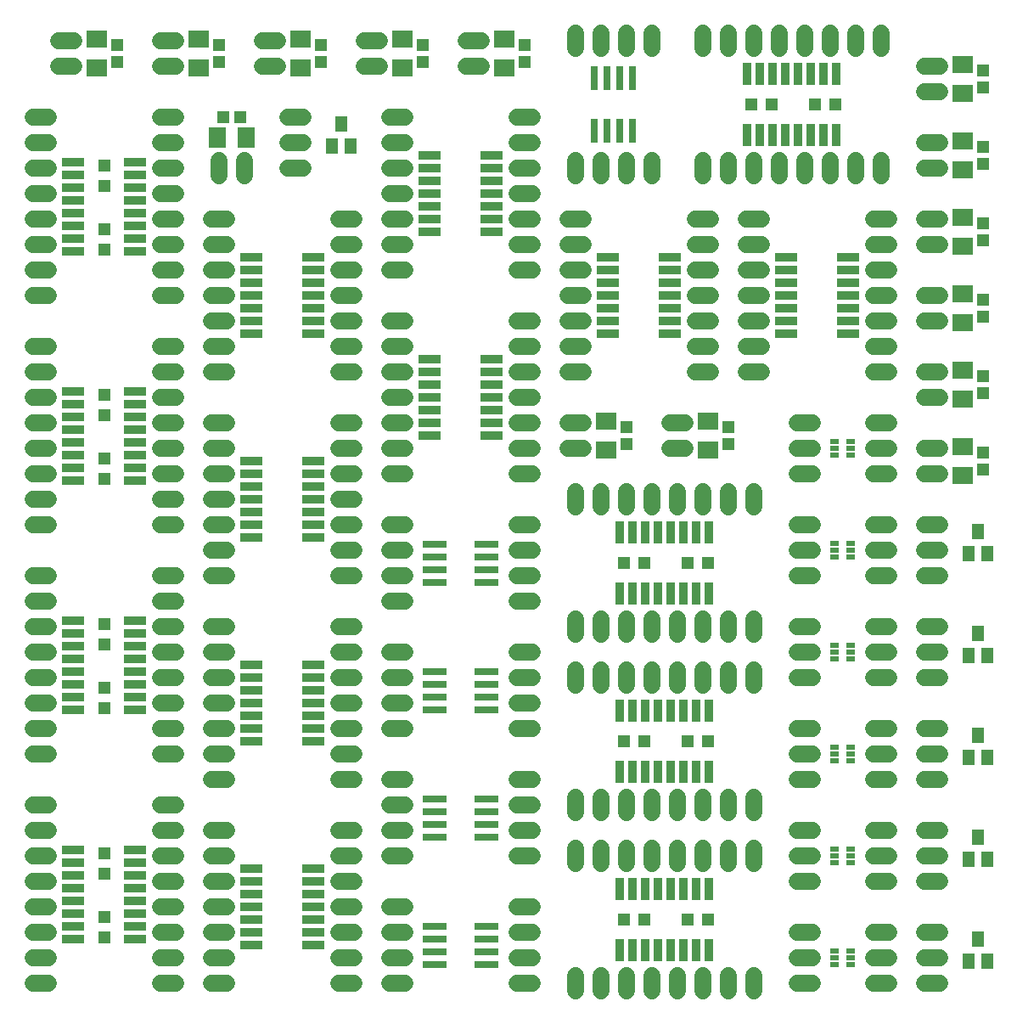
<source format=gts>
G75*
%MOIN*%
%OFA0B0*%
%FSLAX25Y25*%
%IPPOS*%
%LPD*%
%AMOC8*
5,1,8,0,0,1.08239X$1,22.5*
%
%ADD10R,0.03556X0.01981*%
%ADD11C,0.06800*%
%ADD12R,0.08800X0.03400*%
%ADD13R,0.05131X0.04737*%
%ADD14R,0.07898X0.07099*%
%ADD15R,0.04737X0.06312*%
%ADD16R,0.09461X0.03162*%
%ADD17R,0.03400X0.08800*%
%ADD18R,0.03162X0.09461*%
%ADD19R,0.04737X0.05131*%
%ADD20R,0.07099X0.07898*%
%ADD21R,0.04762X0.04762*%
D10*
X0327162Y0019954D03*
X0327162Y0022513D03*
X0327162Y0025072D03*
X0333461Y0025072D03*
X0333461Y0022513D03*
X0333461Y0019954D03*
X0333461Y0059954D03*
X0333461Y0062513D03*
X0333461Y0065072D03*
X0327162Y0065072D03*
X0327162Y0062513D03*
X0327162Y0059954D03*
X0327162Y0099954D03*
X0327162Y0102513D03*
X0327162Y0105072D03*
X0333461Y0105072D03*
X0333461Y0102513D03*
X0333461Y0099954D03*
X0333461Y0139954D03*
X0333461Y0142513D03*
X0333461Y0145072D03*
X0327162Y0145072D03*
X0327162Y0142513D03*
X0327162Y0139954D03*
X0327162Y0179954D03*
X0327162Y0182513D03*
X0327162Y0185072D03*
X0333461Y0185072D03*
X0333461Y0182513D03*
X0333461Y0179954D03*
X0333461Y0219954D03*
X0333461Y0222513D03*
X0333461Y0225072D03*
X0327162Y0225072D03*
X0327162Y0222513D03*
X0327162Y0219954D03*
D11*
X0018312Y0012513D02*
X0012312Y0012513D01*
X0012312Y0022513D02*
X0018312Y0022513D01*
X0018312Y0032513D02*
X0012312Y0032513D01*
X0012312Y0042513D02*
X0018312Y0042513D01*
X0018312Y0052513D02*
X0012312Y0052513D01*
X0012312Y0062513D02*
X0018312Y0062513D01*
X0018312Y0072513D02*
X0012312Y0072513D01*
X0012312Y0082513D02*
X0018312Y0082513D01*
X0018312Y0102513D02*
X0012312Y0102513D01*
X0012312Y0112513D02*
X0018312Y0112513D01*
X0018312Y0122513D02*
X0012312Y0122513D01*
X0012312Y0132513D02*
X0018312Y0132513D01*
X0018312Y0142513D02*
X0012312Y0142513D01*
X0012312Y0152513D02*
X0018312Y0152513D01*
X0018312Y0162513D02*
X0012312Y0162513D01*
X0012312Y0172513D02*
X0018312Y0172513D01*
X0018312Y0192513D02*
X0012312Y0192513D01*
X0012312Y0202513D02*
X0018312Y0202513D01*
X0018312Y0212513D02*
X0012312Y0212513D01*
X0012312Y0222513D02*
X0018312Y0222513D01*
X0018312Y0232513D02*
X0012312Y0232513D01*
X0012312Y0242513D02*
X0018312Y0242513D01*
X0018312Y0252513D02*
X0012312Y0252513D01*
X0012312Y0262513D02*
X0018312Y0262513D01*
X0018312Y0282513D02*
X0012312Y0282513D01*
X0012312Y0292513D02*
X0018312Y0292513D01*
X0018312Y0302513D02*
X0012312Y0302513D01*
X0012312Y0312513D02*
X0018312Y0312513D01*
X0018312Y0322513D02*
X0012312Y0322513D01*
X0012312Y0332513D02*
X0018312Y0332513D01*
X0018312Y0342513D02*
X0012312Y0342513D01*
X0012312Y0352513D02*
X0018312Y0352513D01*
X0022312Y0372513D02*
X0028312Y0372513D01*
X0028312Y0382513D02*
X0022312Y0382513D01*
X0062312Y0382513D02*
X0068312Y0382513D01*
X0068312Y0372513D02*
X0062312Y0372513D01*
X0062312Y0352513D02*
X0068312Y0352513D01*
X0068312Y0342513D02*
X0062312Y0342513D01*
X0062312Y0332513D02*
X0068312Y0332513D01*
X0068312Y0322513D02*
X0062312Y0322513D01*
X0062312Y0312513D02*
X0068312Y0312513D01*
X0068312Y0302513D02*
X0062312Y0302513D01*
X0062312Y0292513D02*
X0068312Y0292513D01*
X0068312Y0282513D02*
X0062312Y0282513D01*
X0082312Y0282513D02*
X0088312Y0282513D01*
X0088312Y0292513D02*
X0082312Y0292513D01*
X0082312Y0302513D02*
X0088312Y0302513D01*
X0088312Y0312513D02*
X0082312Y0312513D01*
X0085312Y0329513D02*
X0085312Y0335513D01*
X0095312Y0335513D02*
X0095312Y0329513D01*
X0112312Y0332513D02*
X0118312Y0332513D01*
X0118312Y0342513D02*
X0112312Y0342513D01*
X0112312Y0352513D02*
X0118312Y0352513D01*
X0108312Y0372513D02*
X0102312Y0372513D01*
X0102312Y0382513D02*
X0108312Y0382513D01*
X0142312Y0382513D02*
X0148312Y0382513D01*
X0148312Y0372513D02*
X0142312Y0372513D01*
X0152312Y0352513D02*
X0158312Y0352513D01*
X0158312Y0342513D02*
X0152312Y0342513D01*
X0152312Y0332513D02*
X0158312Y0332513D01*
X0158312Y0322513D02*
X0152312Y0322513D01*
X0152312Y0312513D02*
X0158312Y0312513D01*
X0158312Y0302513D02*
X0152312Y0302513D01*
X0152312Y0292513D02*
X0158312Y0292513D01*
X0138312Y0292513D02*
X0132312Y0292513D01*
X0132312Y0282513D02*
X0138312Y0282513D01*
X0138312Y0272513D02*
X0132312Y0272513D01*
X0132312Y0262513D02*
X0138312Y0262513D01*
X0138312Y0252513D02*
X0132312Y0252513D01*
X0152312Y0252513D02*
X0158312Y0252513D01*
X0158312Y0242513D02*
X0152312Y0242513D01*
X0152312Y0232513D02*
X0158312Y0232513D01*
X0158312Y0222513D02*
X0152312Y0222513D01*
X0152312Y0212513D02*
X0158312Y0212513D01*
X0138312Y0212513D02*
X0132312Y0212513D01*
X0132312Y0222513D02*
X0138312Y0222513D01*
X0138312Y0232513D02*
X0132312Y0232513D01*
X0132312Y0202513D02*
X0138312Y0202513D01*
X0138312Y0192513D02*
X0132312Y0192513D01*
X0132312Y0182513D02*
X0138312Y0182513D01*
X0138312Y0172513D02*
X0132312Y0172513D01*
X0152312Y0172513D02*
X0158312Y0172513D01*
X0158312Y0182513D02*
X0152312Y0182513D01*
X0152312Y0192513D02*
X0158312Y0192513D01*
X0158312Y0162513D02*
X0152312Y0162513D01*
X0138312Y0152513D02*
X0132312Y0152513D01*
X0132312Y0142513D02*
X0138312Y0142513D01*
X0138312Y0132513D02*
X0132312Y0132513D01*
X0132312Y0122513D02*
X0138312Y0122513D01*
X0138312Y0112513D02*
X0132312Y0112513D01*
X0132312Y0102513D02*
X0138312Y0102513D01*
X0138312Y0092513D02*
X0132312Y0092513D01*
X0152312Y0092513D02*
X0158312Y0092513D01*
X0158312Y0082513D02*
X0152312Y0082513D01*
X0152312Y0072513D02*
X0158312Y0072513D01*
X0158312Y0062513D02*
X0152312Y0062513D01*
X0138312Y0062513D02*
X0132312Y0062513D01*
X0132312Y0052513D02*
X0138312Y0052513D01*
X0138312Y0042513D02*
X0132312Y0042513D01*
X0132312Y0032513D02*
X0138312Y0032513D01*
X0138312Y0022513D02*
X0132312Y0022513D01*
X0132312Y0012513D02*
X0138312Y0012513D01*
X0152312Y0012513D02*
X0158312Y0012513D01*
X0158312Y0022513D02*
X0152312Y0022513D01*
X0152312Y0032513D02*
X0158312Y0032513D01*
X0158312Y0042513D02*
X0152312Y0042513D01*
X0138312Y0072513D02*
X0132312Y0072513D01*
X0152312Y0112513D02*
X0158312Y0112513D01*
X0158312Y0122513D02*
X0152312Y0122513D01*
X0152312Y0132513D02*
X0158312Y0132513D01*
X0158312Y0142513D02*
X0152312Y0142513D01*
X0202312Y0142513D02*
X0208312Y0142513D01*
X0208312Y0132513D02*
X0202312Y0132513D01*
X0202312Y0122513D02*
X0208312Y0122513D01*
X0208312Y0112513D02*
X0202312Y0112513D01*
X0202312Y0092513D02*
X0208312Y0092513D01*
X0208312Y0082513D02*
X0202312Y0082513D01*
X0202312Y0072513D02*
X0208312Y0072513D01*
X0208312Y0062513D02*
X0202312Y0062513D01*
X0202312Y0042513D02*
X0208312Y0042513D01*
X0208312Y0032513D02*
X0202312Y0032513D01*
X0202312Y0022513D02*
X0208312Y0022513D01*
X0208312Y0012513D02*
X0202312Y0012513D01*
X0225312Y0009513D02*
X0225312Y0015513D01*
X0235312Y0015513D02*
X0235312Y0009513D01*
X0245312Y0009513D02*
X0245312Y0015513D01*
X0255312Y0015513D02*
X0255312Y0009513D01*
X0265312Y0009513D02*
X0265312Y0015513D01*
X0275312Y0015513D02*
X0275312Y0009513D01*
X0285312Y0009513D02*
X0285312Y0015513D01*
X0295312Y0015513D02*
X0295312Y0009513D01*
X0312312Y0012513D02*
X0318312Y0012513D01*
X0318312Y0022513D02*
X0312312Y0022513D01*
X0312312Y0032513D02*
X0318312Y0032513D01*
X0318312Y0052513D02*
X0312312Y0052513D01*
X0312312Y0062513D02*
X0318312Y0062513D01*
X0318312Y0072513D02*
X0312312Y0072513D01*
X0295312Y0079513D02*
X0295312Y0085513D01*
X0285312Y0085513D02*
X0285312Y0079513D01*
X0275312Y0079513D02*
X0275312Y0085513D01*
X0265312Y0085513D02*
X0265312Y0079513D01*
X0255312Y0079513D02*
X0255312Y0085513D01*
X0245312Y0085513D02*
X0245312Y0079513D01*
X0235312Y0079513D02*
X0235312Y0085513D01*
X0225312Y0085513D02*
X0225312Y0079513D01*
X0225312Y0065513D02*
X0225312Y0059513D01*
X0235312Y0059513D02*
X0235312Y0065513D01*
X0245312Y0065513D02*
X0245312Y0059513D01*
X0255312Y0059513D02*
X0255312Y0065513D01*
X0265312Y0065513D02*
X0265312Y0059513D01*
X0275312Y0059513D02*
X0275312Y0065513D01*
X0285312Y0065513D02*
X0285312Y0059513D01*
X0295312Y0059513D02*
X0295312Y0065513D01*
X0312312Y0092513D02*
X0318312Y0092513D01*
X0318312Y0102513D02*
X0312312Y0102513D01*
X0312312Y0112513D02*
X0318312Y0112513D01*
X0318312Y0132513D02*
X0312312Y0132513D01*
X0312312Y0142513D02*
X0318312Y0142513D01*
X0318312Y0152513D02*
X0312312Y0152513D01*
X0295312Y0149513D02*
X0295312Y0155513D01*
X0285312Y0155513D02*
X0285312Y0149513D01*
X0275312Y0149513D02*
X0275312Y0155513D01*
X0265312Y0155513D02*
X0265312Y0149513D01*
X0255312Y0149513D02*
X0255312Y0155513D01*
X0245312Y0155513D02*
X0245312Y0149513D01*
X0235312Y0149513D02*
X0235312Y0155513D01*
X0225312Y0155513D02*
X0225312Y0149513D01*
X0225312Y0135513D02*
X0225312Y0129513D01*
X0235312Y0129513D02*
X0235312Y0135513D01*
X0245312Y0135513D02*
X0245312Y0129513D01*
X0255312Y0129513D02*
X0255312Y0135513D01*
X0265312Y0135513D02*
X0265312Y0129513D01*
X0275312Y0129513D02*
X0275312Y0135513D01*
X0285312Y0135513D02*
X0285312Y0129513D01*
X0295312Y0129513D02*
X0295312Y0135513D01*
X0312312Y0172513D02*
X0318312Y0172513D01*
X0318312Y0182513D02*
X0312312Y0182513D01*
X0312312Y0192513D02*
X0318312Y0192513D01*
X0318312Y0212513D02*
X0312312Y0212513D01*
X0312312Y0222513D02*
X0318312Y0222513D01*
X0318312Y0232513D02*
X0312312Y0232513D01*
X0298312Y0252513D02*
X0292312Y0252513D01*
X0292312Y0262513D02*
X0298312Y0262513D01*
X0298312Y0272513D02*
X0292312Y0272513D01*
X0292312Y0282513D02*
X0298312Y0282513D01*
X0298312Y0292513D02*
X0292312Y0292513D01*
X0292312Y0302513D02*
X0298312Y0302513D01*
X0298312Y0312513D02*
X0292312Y0312513D01*
X0278312Y0312513D02*
X0272312Y0312513D01*
X0272312Y0302513D02*
X0278312Y0302513D01*
X0278312Y0292513D02*
X0272312Y0292513D01*
X0272312Y0282513D02*
X0278312Y0282513D01*
X0278312Y0272513D02*
X0272312Y0272513D01*
X0272312Y0262513D02*
X0278312Y0262513D01*
X0278312Y0252513D02*
X0272312Y0252513D01*
X0268312Y0232513D02*
X0262312Y0232513D01*
X0262312Y0222513D02*
X0268312Y0222513D01*
X0265312Y0205513D02*
X0265312Y0199513D01*
X0275312Y0199513D02*
X0275312Y0205513D01*
X0285312Y0205513D02*
X0285312Y0199513D01*
X0295312Y0199513D02*
X0295312Y0205513D01*
X0255312Y0205513D02*
X0255312Y0199513D01*
X0245312Y0199513D02*
X0245312Y0205513D01*
X0235312Y0205513D02*
X0235312Y0199513D01*
X0225312Y0199513D02*
X0225312Y0205513D01*
X0208312Y0212513D02*
X0202312Y0212513D01*
X0202312Y0222513D02*
X0208312Y0222513D01*
X0208312Y0232513D02*
X0202312Y0232513D01*
X0202312Y0242513D02*
X0208312Y0242513D01*
X0208312Y0252513D02*
X0202312Y0252513D01*
X0202312Y0262513D02*
X0208312Y0262513D01*
X0208312Y0272513D02*
X0202312Y0272513D01*
X0202312Y0292513D02*
X0208312Y0292513D01*
X0208312Y0302513D02*
X0202312Y0302513D01*
X0202312Y0312513D02*
X0208312Y0312513D01*
X0208312Y0322513D02*
X0202312Y0322513D01*
X0202312Y0332513D02*
X0208312Y0332513D01*
X0208312Y0342513D02*
X0202312Y0342513D01*
X0202312Y0352513D02*
X0208312Y0352513D01*
X0225312Y0335513D02*
X0225312Y0329513D01*
X0235312Y0329513D02*
X0235312Y0335513D01*
X0245312Y0335513D02*
X0245312Y0329513D01*
X0255312Y0329513D02*
X0255312Y0335513D01*
X0275312Y0335513D02*
X0275312Y0329513D01*
X0285312Y0329513D02*
X0285312Y0335513D01*
X0295312Y0335513D02*
X0295312Y0329513D01*
X0305312Y0329513D02*
X0305312Y0335513D01*
X0315312Y0335513D02*
X0315312Y0329513D01*
X0325312Y0329513D02*
X0325312Y0335513D01*
X0335312Y0335513D02*
X0335312Y0329513D01*
X0345312Y0329513D02*
X0345312Y0335513D01*
X0362312Y0332513D02*
X0368312Y0332513D01*
X0368312Y0342513D02*
X0362312Y0342513D01*
X0362312Y0362513D02*
X0368312Y0362513D01*
X0368312Y0372513D02*
X0362312Y0372513D01*
X0345312Y0379513D02*
X0345312Y0385513D01*
X0335312Y0385513D02*
X0335312Y0379513D01*
X0325312Y0379513D02*
X0325312Y0385513D01*
X0315312Y0385513D02*
X0315312Y0379513D01*
X0305312Y0379513D02*
X0305312Y0385513D01*
X0295312Y0385513D02*
X0295312Y0379513D01*
X0285312Y0379513D02*
X0285312Y0385513D01*
X0275312Y0385513D02*
X0275312Y0379513D01*
X0255312Y0379513D02*
X0255312Y0385513D01*
X0245312Y0385513D02*
X0245312Y0379513D01*
X0235312Y0379513D02*
X0235312Y0385513D01*
X0225312Y0385513D02*
X0225312Y0379513D01*
X0188312Y0382513D02*
X0182312Y0382513D01*
X0182312Y0372513D02*
X0188312Y0372513D01*
X0222312Y0312513D02*
X0228312Y0312513D01*
X0228312Y0302513D02*
X0222312Y0302513D01*
X0222312Y0292513D02*
X0228312Y0292513D01*
X0228312Y0282513D02*
X0222312Y0282513D01*
X0222312Y0272513D02*
X0228312Y0272513D01*
X0228312Y0262513D02*
X0222312Y0262513D01*
X0222312Y0252513D02*
X0228312Y0252513D01*
X0228312Y0232513D02*
X0222312Y0232513D01*
X0222312Y0222513D02*
X0228312Y0222513D01*
X0208312Y0192513D02*
X0202312Y0192513D01*
X0202312Y0182513D02*
X0208312Y0182513D01*
X0208312Y0172513D02*
X0202312Y0172513D01*
X0202312Y0162513D02*
X0208312Y0162513D01*
X0158312Y0262513D02*
X0152312Y0262513D01*
X0152312Y0272513D02*
X0158312Y0272513D01*
X0138312Y0302513D02*
X0132312Y0302513D01*
X0132312Y0312513D02*
X0138312Y0312513D01*
X0088312Y0272513D02*
X0082312Y0272513D01*
X0082312Y0262513D02*
X0088312Y0262513D01*
X0088312Y0252513D02*
X0082312Y0252513D01*
X0068312Y0252513D02*
X0062312Y0252513D01*
X0062312Y0242513D02*
X0068312Y0242513D01*
X0068312Y0232513D02*
X0062312Y0232513D01*
X0062312Y0222513D02*
X0068312Y0222513D01*
X0068312Y0212513D02*
X0062312Y0212513D01*
X0062312Y0202513D02*
X0068312Y0202513D01*
X0068312Y0192513D02*
X0062312Y0192513D01*
X0082312Y0192513D02*
X0088312Y0192513D01*
X0088312Y0202513D02*
X0082312Y0202513D01*
X0082312Y0212513D02*
X0088312Y0212513D01*
X0088312Y0222513D02*
X0082312Y0222513D01*
X0082312Y0232513D02*
X0088312Y0232513D01*
X0068312Y0262513D02*
X0062312Y0262513D01*
X0082312Y0182513D02*
X0088312Y0182513D01*
X0088312Y0172513D02*
X0082312Y0172513D01*
X0068312Y0172513D02*
X0062312Y0172513D01*
X0062312Y0162513D02*
X0068312Y0162513D01*
X0068312Y0152513D02*
X0062312Y0152513D01*
X0062312Y0142513D02*
X0068312Y0142513D01*
X0068312Y0132513D02*
X0062312Y0132513D01*
X0062312Y0122513D02*
X0068312Y0122513D01*
X0068312Y0112513D02*
X0062312Y0112513D01*
X0062312Y0102513D02*
X0068312Y0102513D01*
X0082312Y0102513D02*
X0088312Y0102513D01*
X0088312Y0092513D02*
X0082312Y0092513D01*
X0068312Y0082513D02*
X0062312Y0082513D01*
X0062312Y0072513D02*
X0068312Y0072513D01*
X0068312Y0062513D02*
X0062312Y0062513D01*
X0062312Y0052513D02*
X0068312Y0052513D01*
X0068312Y0042513D02*
X0062312Y0042513D01*
X0062312Y0032513D02*
X0068312Y0032513D01*
X0068312Y0022513D02*
X0062312Y0022513D01*
X0062312Y0012513D02*
X0068312Y0012513D01*
X0082312Y0012513D02*
X0088312Y0012513D01*
X0088312Y0022513D02*
X0082312Y0022513D01*
X0082312Y0032513D02*
X0088312Y0032513D01*
X0088312Y0042513D02*
X0082312Y0042513D01*
X0082312Y0052513D02*
X0088312Y0052513D01*
X0088312Y0062513D02*
X0082312Y0062513D01*
X0082312Y0072513D02*
X0088312Y0072513D01*
X0088312Y0112513D02*
X0082312Y0112513D01*
X0082312Y0122513D02*
X0088312Y0122513D01*
X0088312Y0132513D02*
X0082312Y0132513D01*
X0082312Y0142513D02*
X0088312Y0142513D01*
X0088312Y0152513D02*
X0082312Y0152513D01*
X0342312Y0152513D02*
X0348312Y0152513D01*
X0348312Y0142513D02*
X0342312Y0142513D01*
X0342312Y0132513D02*
X0348312Y0132513D01*
X0362312Y0132513D02*
X0368312Y0132513D01*
X0368312Y0142513D02*
X0362312Y0142513D01*
X0362312Y0152513D02*
X0368312Y0152513D01*
X0368312Y0172513D02*
X0362312Y0172513D01*
X0362312Y0182513D02*
X0368312Y0182513D01*
X0368312Y0192513D02*
X0362312Y0192513D01*
X0348312Y0192513D02*
X0342312Y0192513D01*
X0342312Y0182513D02*
X0348312Y0182513D01*
X0348312Y0172513D02*
X0342312Y0172513D01*
X0342312Y0212513D02*
X0348312Y0212513D01*
X0348312Y0222513D02*
X0342312Y0222513D01*
X0342312Y0232513D02*
X0348312Y0232513D01*
X0362312Y0242513D02*
X0368312Y0242513D01*
X0368312Y0252513D02*
X0362312Y0252513D01*
X0348312Y0252513D02*
X0342312Y0252513D01*
X0342312Y0262513D02*
X0348312Y0262513D01*
X0348312Y0272513D02*
X0342312Y0272513D01*
X0342312Y0282513D02*
X0348312Y0282513D01*
X0348312Y0292513D02*
X0342312Y0292513D01*
X0342312Y0302513D02*
X0348312Y0302513D01*
X0348312Y0312513D02*
X0342312Y0312513D01*
X0362312Y0312513D02*
X0368312Y0312513D01*
X0368312Y0302513D02*
X0362312Y0302513D01*
X0362312Y0282513D02*
X0368312Y0282513D01*
X0368312Y0272513D02*
X0362312Y0272513D01*
X0362312Y0222513D02*
X0368312Y0222513D01*
X0368312Y0212513D02*
X0362312Y0212513D01*
X0362312Y0112513D02*
X0368312Y0112513D01*
X0368312Y0102513D02*
X0362312Y0102513D01*
X0362312Y0092513D02*
X0368312Y0092513D01*
X0348312Y0092513D02*
X0342312Y0092513D01*
X0342312Y0102513D02*
X0348312Y0102513D01*
X0348312Y0112513D02*
X0342312Y0112513D01*
X0342312Y0072513D02*
X0348312Y0072513D01*
X0348312Y0062513D02*
X0342312Y0062513D01*
X0342312Y0052513D02*
X0348312Y0052513D01*
X0362312Y0052513D02*
X0368312Y0052513D01*
X0368312Y0062513D02*
X0362312Y0062513D01*
X0362312Y0072513D02*
X0368312Y0072513D01*
X0368312Y0032513D02*
X0362312Y0032513D01*
X0362312Y0022513D02*
X0368312Y0022513D01*
X0368312Y0012513D02*
X0362312Y0012513D01*
X0348312Y0012513D02*
X0342312Y0012513D01*
X0342312Y0022513D02*
X0348312Y0022513D01*
X0348312Y0032513D02*
X0342312Y0032513D01*
D12*
X0192412Y0227513D03*
X0192412Y0232513D03*
X0192412Y0237513D03*
X0192412Y0242513D03*
X0192412Y0247513D03*
X0192412Y0252513D03*
X0192412Y0257513D03*
X0168212Y0257513D03*
X0168212Y0252513D03*
X0168212Y0247513D03*
X0168212Y0242513D03*
X0168212Y0237513D03*
X0168212Y0232513D03*
X0168212Y0227513D03*
X0122412Y0217513D03*
X0122412Y0212513D03*
X0122412Y0207513D03*
X0122412Y0202513D03*
X0122412Y0197513D03*
X0122412Y0192513D03*
X0122412Y0187513D03*
X0098212Y0187513D03*
X0098212Y0192513D03*
X0098212Y0197513D03*
X0098212Y0202513D03*
X0098212Y0207513D03*
X0098212Y0212513D03*
X0098212Y0217513D03*
X0052412Y0220013D03*
X0052412Y0225013D03*
X0052412Y0230013D03*
X0052412Y0235013D03*
X0052412Y0240013D03*
X0052412Y0245013D03*
X0028212Y0245013D03*
X0028212Y0240013D03*
X0028212Y0235013D03*
X0028212Y0230013D03*
X0028212Y0225013D03*
X0028212Y0220013D03*
X0028212Y0215013D03*
X0028212Y0210013D03*
X0052412Y0210013D03*
X0052412Y0215013D03*
X0098212Y0267513D03*
X0098212Y0272513D03*
X0098212Y0277513D03*
X0098212Y0282513D03*
X0098212Y0287513D03*
X0098212Y0292513D03*
X0098212Y0297513D03*
X0122412Y0297513D03*
X0122412Y0292513D03*
X0122412Y0287513D03*
X0122412Y0282513D03*
X0122412Y0277513D03*
X0122412Y0272513D03*
X0122412Y0267513D03*
X0168212Y0307513D03*
X0168212Y0312513D03*
X0168212Y0317513D03*
X0168212Y0322513D03*
X0168212Y0327513D03*
X0168212Y0332513D03*
X0168212Y0337513D03*
X0192412Y0337513D03*
X0192412Y0332513D03*
X0192412Y0327513D03*
X0192412Y0322513D03*
X0192412Y0317513D03*
X0192412Y0312513D03*
X0192412Y0307513D03*
X0238212Y0297513D03*
X0238212Y0292513D03*
X0238212Y0287513D03*
X0238212Y0282513D03*
X0238212Y0277513D03*
X0238212Y0272513D03*
X0238212Y0267513D03*
X0262412Y0267513D03*
X0262412Y0272513D03*
X0262412Y0277513D03*
X0262412Y0282513D03*
X0262412Y0287513D03*
X0262412Y0292513D03*
X0262412Y0297513D03*
X0308212Y0297513D03*
X0308212Y0292513D03*
X0308212Y0287513D03*
X0308212Y0282513D03*
X0308212Y0277513D03*
X0308212Y0272513D03*
X0308212Y0267513D03*
X0332412Y0267513D03*
X0332412Y0272513D03*
X0332412Y0277513D03*
X0332412Y0282513D03*
X0332412Y0287513D03*
X0332412Y0292513D03*
X0332412Y0297513D03*
X0122412Y0137513D03*
X0122412Y0132513D03*
X0122412Y0127513D03*
X0122412Y0122513D03*
X0122412Y0117513D03*
X0122412Y0112513D03*
X0122412Y0107513D03*
X0098212Y0107513D03*
X0098212Y0112513D03*
X0098212Y0117513D03*
X0098212Y0122513D03*
X0098212Y0127513D03*
X0098212Y0132513D03*
X0098212Y0137513D03*
X0052412Y0140013D03*
X0052412Y0145013D03*
X0052412Y0150013D03*
X0052412Y0155013D03*
X0052412Y0135013D03*
X0052412Y0130013D03*
X0052412Y0125013D03*
X0052412Y0120013D03*
X0028212Y0120013D03*
X0028212Y0125013D03*
X0028212Y0130013D03*
X0028212Y0135013D03*
X0028212Y0140013D03*
X0028212Y0145013D03*
X0028212Y0150013D03*
X0028212Y0155013D03*
X0028212Y0065013D03*
X0028212Y0060013D03*
X0028212Y0055013D03*
X0028212Y0050013D03*
X0028212Y0045013D03*
X0028212Y0040013D03*
X0028212Y0035013D03*
X0028212Y0030013D03*
X0052412Y0030013D03*
X0052412Y0035013D03*
X0052412Y0040013D03*
X0052412Y0045013D03*
X0052412Y0050013D03*
X0052412Y0055013D03*
X0052412Y0060013D03*
X0052412Y0065013D03*
X0098212Y0057513D03*
X0098212Y0052513D03*
X0098212Y0047513D03*
X0098212Y0042513D03*
X0098212Y0037513D03*
X0098212Y0032513D03*
X0098212Y0027513D03*
X0122412Y0027513D03*
X0122412Y0032513D03*
X0122412Y0037513D03*
X0122412Y0042513D03*
X0122412Y0047513D03*
X0122412Y0052513D03*
X0122412Y0057513D03*
X0052412Y0300013D03*
X0052412Y0305013D03*
X0052412Y0310013D03*
X0052412Y0315013D03*
X0052412Y0320013D03*
X0052412Y0325013D03*
X0052412Y0330013D03*
X0052412Y0335013D03*
X0028212Y0335013D03*
X0028212Y0330013D03*
X0028212Y0325013D03*
X0028212Y0320013D03*
X0028212Y0315013D03*
X0028212Y0310013D03*
X0028212Y0305013D03*
X0028212Y0300013D03*
D13*
X0045312Y0374166D03*
X0045312Y0380859D03*
X0085312Y0380859D03*
X0085312Y0374166D03*
X0125312Y0374166D03*
X0125312Y0380859D03*
X0165312Y0380859D03*
X0165312Y0374166D03*
X0205312Y0374166D03*
X0205312Y0380859D03*
X0245312Y0230859D03*
X0245312Y0224166D03*
X0285312Y0224166D03*
X0285312Y0230859D03*
X0385312Y0220859D03*
X0385312Y0214166D03*
X0385312Y0244166D03*
X0385312Y0250859D03*
X0385312Y0274166D03*
X0385312Y0280859D03*
X0385312Y0304166D03*
X0385312Y0310859D03*
X0385312Y0334166D03*
X0385312Y0340859D03*
X0385312Y0364166D03*
X0385312Y0370859D03*
D14*
X0377312Y0373111D03*
X0377312Y0361914D03*
X0377312Y0343111D03*
X0377312Y0331914D03*
X0377312Y0313111D03*
X0377312Y0301914D03*
X0377312Y0283111D03*
X0377312Y0271914D03*
X0377312Y0253111D03*
X0377312Y0241914D03*
X0377312Y0223111D03*
X0377312Y0211914D03*
X0277312Y0221914D03*
X0277312Y0233111D03*
X0237312Y0233111D03*
X0237312Y0221914D03*
X0197312Y0371914D03*
X0197312Y0383111D03*
X0157312Y0383111D03*
X0157312Y0371914D03*
X0117312Y0371914D03*
X0117312Y0383111D03*
X0077312Y0383111D03*
X0077312Y0371914D03*
X0037312Y0371914D03*
X0037312Y0383111D03*
D15*
X0129572Y0341182D03*
X0137052Y0341182D03*
X0133312Y0349843D03*
X0379572Y0181182D03*
X0387052Y0181182D03*
X0383312Y0189843D03*
X0383312Y0149843D03*
X0387052Y0141182D03*
X0379572Y0141182D03*
X0383312Y0109843D03*
X0387052Y0101182D03*
X0379572Y0101182D03*
X0383312Y0069843D03*
X0387052Y0061182D03*
X0379572Y0061182D03*
X0383312Y0029843D03*
X0387052Y0021182D03*
X0379572Y0021182D03*
D16*
X0190548Y0020013D03*
X0190548Y0025013D03*
X0190548Y0030013D03*
X0190548Y0035013D03*
X0170076Y0035013D03*
X0170076Y0030013D03*
X0170076Y0025013D03*
X0170076Y0020013D03*
X0170076Y0070013D03*
X0170076Y0075013D03*
X0170076Y0080013D03*
X0170076Y0085013D03*
X0190548Y0085013D03*
X0190548Y0080013D03*
X0190548Y0075013D03*
X0190548Y0070013D03*
X0190548Y0120013D03*
X0190548Y0125013D03*
X0190548Y0130013D03*
X0190548Y0135013D03*
X0170076Y0135013D03*
X0170076Y0130013D03*
X0170076Y0125013D03*
X0170076Y0120013D03*
X0170076Y0170013D03*
X0170076Y0175013D03*
X0170076Y0180013D03*
X0170076Y0185013D03*
X0190548Y0185013D03*
X0190548Y0180013D03*
X0190548Y0175013D03*
X0190548Y0170013D03*
D17*
X0242812Y0165413D03*
X0247812Y0165413D03*
X0252812Y0165413D03*
X0257812Y0165413D03*
X0262812Y0165413D03*
X0267812Y0165413D03*
X0272812Y0165413D03*
X0277812Y0165413D03*
X0277812Y0189613D03*
X0272812Y0189613D03*
X0267812Y0189613D03*
X0262812Y0189613D03*
X0257812Y0189613D03*
X0252812Y0189613D03*
X0247812Y0189613D03*
X0242812Y0189613D03*
X0242812Y0119613D03*
X0247812Y0119613D03*
X0252812Y0119613D03*
X0257812Y0119613D03*
X0262812Y0119613D03*
X0267812Y0119613D03*
X0272812Y0119613D03*
X0277812Y0119613D03*
X0277812Y0095413D03*
X0272812Y0095413D03*
X0267812Y0095413D03*
X0262812Y0095413D03*
X0257812Y0095413D03*
X0252812Y0095413D03*
X0247812Y0095413D03*
X0242812Y0095413D03*
X0242812Y0049613D03*
X0247812Y0049613D03*
X0252812Y0049613D03*
X0257812Y0049613D03*
X0262812Y0049613D03*
X0267812Y0049613D03*
X0272812Y0049613D03*
X0277812Y0049613D03*
X0277812Y0025413D03*
X0272812Y0025413D03*
X0267812Y0025413D03*
X0262812Y0025413D03*
X0257812Y0025413D03*
X0252812Y0025413D03*
X0247812Y0025413D03*
X0242812Y0025413D03*
X0292812Y0345413D03*
X0297812Y0345413D03*
X0302812Y0345413D03*
X0307812Y0345413D03*
X0312812Y0345413D03*
X0317812Y0345413D03*
X0322812Y0345413D03*
X0327812Y0345413D03*
X0327812Y0369613D03*
X0322812Y0369613D03*
X0317812Y0369613D03*
X0312812Y0369613D03*
X0307812Y0369613D03*
X0302812Y0369613D03*
X0297812Y0369613D03*
X0292812Y0369613D03*
D18*
X0247812Y0367749D03*
X0242812Y0367749D03*
X0237812Y0367749D03*
X0232812Y0367749D03*
X0232812Y0347277D03*
X0237812Y0347277D03*
X0242812Y0347277D03*
X0247812Y0347277D03*
D19*
X0093658Y0352513D03*
X0086965Y0352513D03*
D20*
X0084713Y0344513D03*
X0095910Y0344513D03*
D21*
X0040312Y0333513D03*
X0040312Y0325513D03*
X0040312Y0308513D03*
X0040312Y0300513D03*
X0040312Y0243513D03*
X0040312Y0235513D03*
X0040312Y0218513D03*
X0040312Y0210513D03*
X0040312Y0153513D03*
X0040312Y0145513D03*
X0040312Y0128513D03*
X0040312Y0120513D03*
X0040312Y0063513D03*
X0040312Y0055513D03*
X0040312Y0038513D03*
X0040312Y0030513D03*
X0244312Y0037513D03*
X0252312Y0037513D03*
X0269312Y0037513D03*
X0277312Y0037513D03*
X0277312Y0107513D03*
X0269312Y0107513D03*
X0252312Y0107513D03*
X0244312Y0107513D03*
X0244312Y0177513D03*
X0252312Y0177513D03*
X0269312Y0177513D03*
X0277312Y0177513D03*
X0294312Y0357513D03*
X0302312Y0357513D03*
X0319312Y0357513D03*
X0327312Y0357513D03*
M02*

</source>
